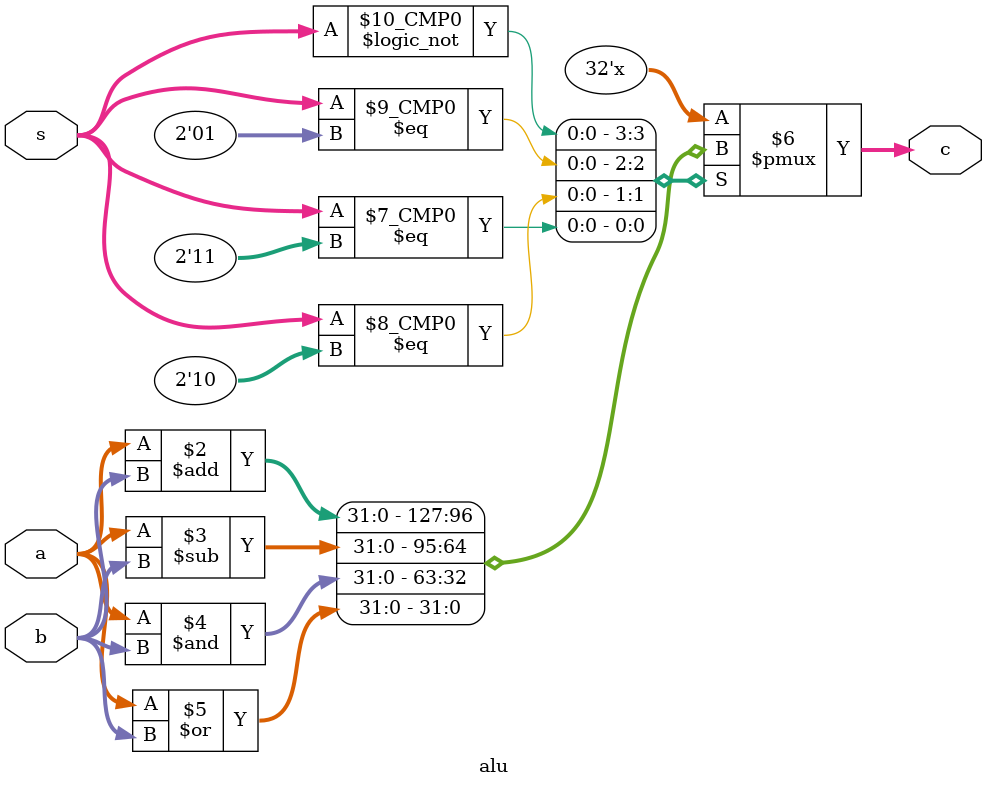
<source format=v>
module alu #(parameter  data_width = 32, parameter addr_width = 5)(input [(data_width - 1):0] a, b, input [1:0] s, output reg [(data_width - 1):0] c);

    always @(a, b, s) begin
        case (s)
            // 0: Addition
            2'b00: c = a + b;

            // 1: Subtraction
            2'b01: c = a - b;

            // 2: Bitwise AND
            2'b10: c = a & b;

            // 3: Bitwise OR
            2'b11: c = a | b;
        endcase
    end

endmodule

</source>
